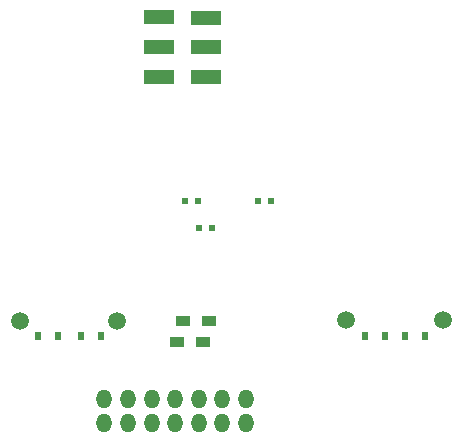
<source format=gbs>
%TF.GenerationSoftware,KiCad,Pcbnew,no-vcs-found-b6d54ac~60~ubuntu16.04.1*%
%TF.CreationDate,2017-09-29T19:12:52+03:00*%
%TF.ProjectId,livolo_2_channels_1way_eu_switch,6C69766F6C6F5F325F6368616E6E656C,rev?*%
%TF.SameCoordinates,Original*%
%TF.FileFunction,Soldermask,Bot*%
%TF.FilePolarity,Negative*%
%FSLAX46Y46*%
G04 Gerber Fmt 4.6, Leading zero omitted, Abs format (unit mm)*
G04 Created by KiCad (PCBNEW no-vcs-found-b6d54ac~60~ubuntu16.04.1) date Fri Sep 29 19:12:52 2017*
%MOMM*%
%LPD*%
G01*
G04 APERTURE LIST*
%ADD10O,1.300000X1.600000*%
%ADD11R,2.500000X1.270000*%
%ADD12C,1.500000*%
%ADD13R,0.600000X0.500000*%
%ADD14R,0.600000X0.800000*%
%ADD15R,1.200000X0.900000*%
G04 APERTURE END LIST*
D10*
X143650000Y-107550000D03*
X143650000Y-109550000D03*
X141650000Y-107550000D03*
X141650000Y-109550000D03*
X139650000Y-107550000D03*
X139650000Y-109550000D03*
X137650000Y-107550000D03*
X137650000Y-109550000D03*
X135650000Y-107550000D03*
X135650000Y-109550000D03*
X133650000Y-107550000D03*
X133650000Y-109550000D03*
X131650000Y-107550000D03*
X131650000Y-109550000D03*
D11*
X136250000Y-75210000D03*
X136250000Y-77750000D03*
X136250000Y-80290000D03*
X140250000Y-80290000D03*
X140250000Y-77750000D03*
X140250000Y-75250000D03*
D12*
X152100000Y-100850000D03*
X160300000Y-100850000D03*
X132700000Y-100900000D03*
X124500000Y-100900000D03*
D13*
X140800000Y-93000000D03*
X139700000Y-93000000D03*
X139550000Y-90750000D03*
X138450000Y-90750000D03*
X145800000Y-90750000D03*
X144700000Y-90750000D03*
D14*
X129650000Y-102150000D03*
X131350000Y-102150000D03*
X126000000Y-102150000D03*
X127700000Y-102150000D03*
X158800000Y-102150000D03*
X157100000Y-102150000D03*
X155450000Y-102150000D03*
X153750000Y-102150000D03*
D15*
X140000000Y-102700000D03*
X137800000Y-102700000D03*
X140500000Y-100900000D03*
X138300000Y-100900000D03*
M02*

</source>
